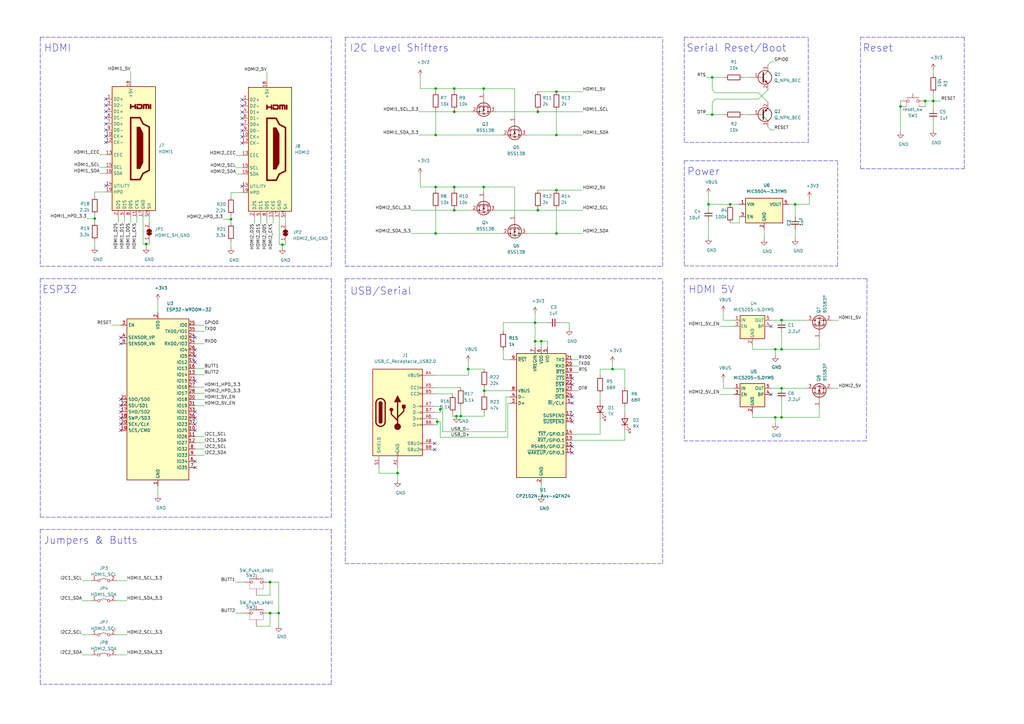
<source format=kicad_sch>
(kicad_sch (version 20210126) (generator eeschema)
  (paper "A3")
  (title_block (title "PRJ6 HDMI2C Monitor Controller") (date "2021-01-29") (rev "1.0") (company "wlcx industries"))
  (junction (at 38.862 89.662) (diameter 0.9144))
  (junction (at 59.944 100.076) (diameter 0.9144))
  (junction (at 94.742 89.916) (diameter 0.9144))
  (junction (at 110.744 238.76) (diameter 0.9144))
  (junction (at 110.744 251.46) (diameter 0.9144))
  (junction (at 114.3 251.46) (diameter 0.9144))
  (junction (at 115.824 100.33) (diameter 0.9144))
  (junction (at 163.068 194.056) (diameter 0.9144))
  (junction (at 178.689 36.322) (diameter 0.9144))
  (junction (at 178.689 55.372) (diameter 0.9144))
  (junction (at 178.689 76.708) (diameter 0.9144))
  (junction (at 178.689 95.758) (diameter 0.9144))
  (junction (at 179.324 172.974) (diameter 0.9144))
  (junction (at 180.594 167.894) (diameter 0.9144))
  (junction (at 186.309 36.322) (diameter 0.9144))
  (junction (at 186.309 45.847) (diameter 0.9144))
  (junction (at 186.309 76.708) (diameter 0.9144))
  (junction (at 186.309 86.233) (diameter 0.9144))
  (junction (at 187.198 170.688) (diameter 0.9144))
  (junction (at 188.976 170.688) (diameter 0.9144))
  (junction (at 192.024 151.384) (diameter 0.9144))
  (junction (at 198.374 36.322) (diameter 0.9144))
  (junction (at 198.374 76.708) (diameter 0.9144))
  (junction (at 198.628 160.274) (diameter 0.9144))
  (junction (at 219.456 132.334) (diameter 0.9144))
  (junction (at 219.456 139.954) (diameter 0.9144))
  (junction (at 220.599 45.847) (diameter 0.9144))
  (junction (at 220.599 86.233) (diameter 0.9144))
  (junction (at 221.996 139.954) (diameter 0.9144))
  (junction (at 228.219 37.592) (diameter 0.9144))
  (junction (at 228.219 55.372) (diameter 0.9144))
  (junction (at 228.219 77.978) (diameter 0.9144))
  (junction (at 228.219 95.758) (diameter 0.9144))
  (junction (at 251.206 151.384) (diameter 0.9144))
  (junction (at 290.576 83.82) (diameter 0.9144))
  (junction (at 292.1 31.75) (diameter 0.9144))
  (junction (at 292.1 46.99) (diameter 0.9144))
  (junction (at 299.466 83.82) (diameter 0.9144))
  (junction (at 318.008 143.256) (diameter 0.9144))
  (junction (at 318.008 171.196) (diameter 0.9144))
  (junction (at 320.548 131.318) (diameter 0.9144))
  (junction (at 320.548 143.256) (diameter 0.9144))
  (junction (at 320.548 159.258) (diameter 0.9144))
  (junction (at 320.548 171.196) (diameter 0.9144))
  (junction (at 326.136 83.82) (diameter 0.9144))
  (junction (at 369.316 43.688) (diameter 0.9144))
  (junction (at 379.476 41.402) (diameter 0.9144))
  (junction (at 382.778 41.402) (diameter 0.9144))
  (no_connect (at 43.434 40.64))
  (no_connect (at 43.434 43.18))
  (no_connect (at 43.434 45.72))
  (no_connect (at 43.434 48.26))
  (no_connect (at 43.434 50.8))
  (no_connect (at 43.434 53.34))
  (no_connect (at 43.434 55.88))
  (no_connect (at 43.434 58.42))
  (no_connect (at 43.434 76.2))
  (no_connect (at 49.53 138.43))
  (no_connect (at 49.53 140.97))
  (no_connect (at 49.53 163.83))
  (no_connect (at 49.53 166.37))
  (no_connect (at 49.53 168.91))
  (no_connect (at 49.53 171.45))
  (no_connect (at 49.53 173.99))
  (no_connect (at 49.53 176.53))
  (no_connect (at 80.01 138.43))
  (no_connect (at 80.01 143.51))
  (no_connect (at 80.01 146.05))
  (no_connect (at 80.01 148.59))
  (no_connect (at 80.01 156.21))
  (no_connect (at 80.01 168.91))
  (no_connect (at 80.01 171.45))
  (no_connect (at 80.01 173.99))
  (no_connect (at 80.01 176.53))
  (no_connect (at 80.01 189.23))
  (no_connect (at 80.01 191.77))
  (no_connect (at 99.314 40.894))
  (no_connect (at 99.314 43.434))
  (no_connect (at 99.314 45.974))
  (no_connect (at 99.314 48.514))
  (no_connect (at 99.314 51.054))
  (no_connect (at 99.314 53.594))
  (no_connect (at 99.314 56.134))
  (no_connect (at 99.314 58.674))
  (no_connect (at 99.314 76.454))
  (no_connect (at 178.308 181.864))
  (no_connect (at 178.308 184.404))
  (no_connect (at 234.696 155.194))
  (no_connect (at 234.696 157.734))
  (no_connect (at 234.696 162.814))
  (no_connect (at 234.696 165.354))
  (no_connect (at 234.696 170.434))
  (no_connect (at 234.696 172.974))
  (no_connect (at 234.696 183.134))
  (no_connect (at 234.696 185.674))
  (no_connect (at 316.23 133.858))
  (no_connect (at 316.23 161.798))
  (wire (pts (xy 33.655 238.125) (xy 37.465 238.125)))
  (wire (pts (xy 33.655 246.38) (xy 37.465 246.38)))
  (wire (pts (xy 33.655 260.35) (xy 37.465 260.35)))
  (wire (pts (xy 33.655 268.605) (xy 37.465 268.605)))
  (wire (pts (xy 35.56 89.662) (xy 38.862 89.662)))
  (wire (pts (xy 38.862 78.74) (xy 38.862 80.518)))
  (wire (pts (xy 38.862 89.662) (xy 38.862 88.138)))
  (wire (pts (xy 38.862 89.662) (xy 38.862 91.186)))
  (wire (pts (xy 38.862 98.806) (xy 38.862 101.346)))
  (wire (pts (xy 40.894 63.5) (xy 43.434 63.5)))
  (wire (pts (xy 40.894 68.58) (xy 43.434 68.58)))
  (wire (pts (xy 40.894 71.12) (xy 43.434 71.12)))
  (wire (pts (xy 43.434 78.74) (xy 38.862 78.74)))
  (wire (pts (xy 45.72 133.35) (xy 49.53 133.35)))
  (wire (pts (xy 47.625 238.125) (xy 52.07 238.125)))
  (wire (pts (xy 47.625 246.38) (xy 52.07 246.38)))
  (wire (pts (xy 47.625 260.35) (xy 52.07 260.35)))
  (wire (pts (xy 47.625 268.605) (xy 52.07 268.605)))
  (wire (pts (xy 48.514 88.9) (xy 48.514 91.44)))
  (wire (pts (xy 51.054 88.9) (xy 51.054 91.44)))
  (wire (pts (xy 53.594 29.21) (xy 53.594 33.02)))
  (wire (pts (xy 53.594 88.9) (xy 53.594 91.44)))
  (wire (pts (xy 56.134 88.9) (xy 56.134 91.44)))
  (wire (pts (xy 58.674 88.9) (xy 58.674 100.076)))
  (wire (pts (xy 58.674 100.076) (xy 59.944 100.076)))
  (wire (pts (xy 59.944 100.076) (xy 59.944 101.346)))
  (wire (pts (xy 59.944 100.076) (xy 61.214 100.076)))
  (wire (pts (xy 61.214 88.9) (xy 61.214 91.44)))
  (wire (pts (xy 61.214 99.06) (xy 61.214 100.076)))
  (wire (pts (xy 64.77 123.19) (xy 64.77 128.27)))
  (wire (pts (xy 64.77 199.39) (xy 64.77 203.2)))
  (wire (pts (xy 80.01 133.35) (xy 83.82 133.35)))
  (wire (pts (xy 80.01 135.89) (xy 83.82 135.89)))
  (wire (pts (xy 80.01 140.97) (xy 83.82 140.97)))
  (wire (pts (xy 80.01 151.13) (xy 83.82 151.13)))
  (wire (pts (xy 80.01 153.67) (xy 83.82 153.67)))
  (wire (pts (xy 80.01 158.75) (xy 83.82 158.75)))
  (wire (pts (xy 80.01 161.29) (xy 83.82 161.29)))
  (wire (pts (xy 80.01 163.83) (xy 83.82 163.83)))
  (wire (pts (xy 80.01 166.37) (xy 83.82 166.37)))
  (wire (pts (xy 80.01 179.07) (xy 83.82 179.07)))
  (wire (pts (xy 80.01 181.61) (xy 83.82 181.61)))
  (wire (pts (xy 80.01 184.15) (xy 83.82 184.15)))
  (wire (pts (xy 80.01 186.69) (xy 83.82 186.69)))
  (wire (pts (xy 91.44 89.916) (xy 94.742 89.916)))
  (wire (pts (xy 94.742 78.994) (xy 94.742 80.772)))
  (wire (pts (xy 94.742 89.916) (xy 94.742 88.392)))
  (wire (pts (xy 94.742 89.916) (xy 94.742 91.44)))
  (wire (pts (xy 94.742 99.06) (xy 94.742 101.6)))
  (wire (pts (xy 96.52 238.76) (xy 100.076 238.76)))
  (wire (pts (xy 96.52 251.46) (xy 100.076 251.46)))
  (wire (pts (xy 96.774 63.754) (xy 99.314 63.754)))
  (wire (pts (xy 96.774 68.834) (xy 99.314 68.834)))
  (wire (pts (xy 96.774 71.374) (xy 99.314 71.374)))
  (wire (pts (xy 99.314 78.994) (xy 94.742 78.994)))
  (wire (pts (xy 104.394 89.154) (xy 104.394 91.694)))
  (wire (pts (xy 105.156 244.094) (xy 110.744 244.094)))
  (wire (pts (xy 105.156 256.794) (xy 110.744 256.794)))
  (wire (pts (xy 106.934 89.154) (xy 106.934 91.694)))
  (wire (pts (xy 109.474 29.464) (xy 109.474 33.274)))
  (wire (pts (xy 109.474 89.154) (xy 109.474 91.694)))
  (wire (pts (xy 110.744 238.76) (xy 110.236 238.76)))
  (wire (pts (xy 110.744 244.094) (xy 110.744 238.76)))
  (wire (pts (xy 110.744 251.46) (xy 110.236 251.46)))
  (wire (pts (xy 110.744 256.794) (xy 110.744 251.46)))
  (wire (pts (xy 112.014 89.154) (xy 112.014 91.694)))
  (wire (pts (xy 114.3 238.76) (xy 110.744 238.76)))
  (wire (pts (xy 114.3 238.76) (xy 114.3 251.46)))
  (wire (pts (xy 114.3 251.46) (xy 110.744 251.46)))
  (wire (pts (xy 114.3 256.54) (xy 114.3 251.46)))
  (wire (pts (xy 114.554 89.154) (xy 114.554 100.33)))
  (wire (pts (xy 114.554 100.33) (xy 115.824 100.33)))
  (wire (pts (xy 115.824 100.33) (xy 115.824 101.6)))
  (wire (pts (xy 115.824 100.33) (xy 117.094 100.33)))
  (wire (pts (xy 117.094 89.154) (xy 117.094 91.694)))
  (wire (pts (xy 117.094 99.314) (xy 117.094 100.33)))
  (wire (pts (xy 155.448 192.024) (xy 155.448 194.056)))
  (wire (pts (xy 155.448 194.056) (xy 163.068 194.056)))
  (wire (pts (xy 163.068 192.024) (xy 163.068 194.056)))
  (wire (pts (xy 163.068 194.056) (xy 163.068 197.104)))
  (wire (pts (xy 168.529 95.758) (xy 178.689 95.758)))
  (wire (pts (xy 171.704 45.847) (xy 186.309 45.847)))
  (wire (pts (xy 172.339 36.322) (xy 172.339 31.242)))
  (wire (pts (xy 172.339 76.708) (xy 172.339 71.628)))
  (wire (pts (xy 178.308 153.924) (xy 192.024 153.924)))
  (wire (pts (xy 178.308 159.004) (xy 188.976 159.004)))
  (wire (pts (xy 178.308 161.544) (xy 185.674 161.544)))
  (wire (pts (xy 178.308 166.624) (xy 180.594 166.624)))
  (wire (pts (xy 178.308 171.704) (xy 179.324 171.704)))
  (wire (pts (xy 178.308 174.244) (xy 179.324 174.244)))
  (wire (pts (xy 178.689 36.322) (xy 172.339 36.322)))
  (wire (pts (xy 178.689 37.592) (xy 178.689 36.322)))
  (wire (pts (xy 178.689 45.212) (xy 178.689 55.372)))
  (wire (pts (xy 178.689 55.372) (xy 171.704 55.372)))
  (wire (pts (xy 178.689 55.372) (xy 205.994 55.372)))
  (wire (pts (xy 178.689 76.708) (xy 172.339 76.708)))
  (wire (pts (xy 178.689 77.978) (xy 178.689 76.708)))
  (wire (pts (xy 178.689 85.598) (xy 178.689 95.758)))
  (wire (pts (xy 178.689 95.758) (xy 205.994 95.758)))
  (wire (pts (xy 179.324 171.704) (xy 179.324 172.974)))
  (wire (pts (xy 179.324 172.974) (xy 179.324 174.244)))
  (wire (pts (xy 179.324 172.974) (xy 180.594 172.974)))
  (wire (pts (xy 180.594 166.624) (xy 180.594 167.894)))
  (wire (pts (xy 180.594 167.894) (xy 180.594 169.164)))
  (wire (pts (xy 180.594 167.894) (xy 181.61 167.894)))
  (wire (pts (xy 180.594 169.164) (xy 178.308 169.164)))
  (wire (pts (xy 180.594 172.974) (xy 180.594 179.324)))
  (wire (pts (xy 181.61 167.894) (xy 181.61 177.038)))
  (wire (pts (xy 181.61 177.038) (xy 207.518 177.038)))
  (wire (pts (xy 185.674 161.544) (xy 185.674 161.798)))
  (wire (pts (xy 185.674 169.418) (xy 185.674 170.688)))
  (wire (pts (xy 185.674 170.688) (xy 187.198 170.688)))
  (wire (pts (xy 186.309 36.322) (xy 178.689 36.322)))
  (wire (pts (xy 186.309 37.592) (xy 186.309 36.322)))
  (wire (pts (xy 186.309 45.212) (xy 186.309 45.847)))
  (wire (pts (xy 186.309 45.847) (xy 193.294 45.847)))
  (wire (pts (xy 186.309 76.708) (xy 178.689 76.708)))
  (wire (pts (xy 186.309 77.978) (xy 186.309 76.708)))
  (wire (pts (xy 186.309 85.598) (xy 186.309 86.233)))
  (wire (pts (xy 186.309 86.233) (xy 168.529 86.233)))
  (wire (pts (xy 186.309 86.233) (xy 193.294 86.233)))
  (wire (pts (xy 187.198 170.688) (xy 188.976 170.688)))
  (wire (pts (xy 188.976 166.624) (xy 188.976 170.688)))
  (wire (pts (xy 192.024 148.336) (xy 192.024 151.384)))
  (wire (pts (xy 192.024 151.384) (xy 198.628 151.384)))
  (wire (pts (xy 192.024 153.924) (xy 192.024 151.384)))
  (wire (pts (xy 198.374 36.322) (xy 186.309 36.322)))
  (wire (pts (xy 198.374 36.322) (xy 198.374 38.227)))
  (wire (pts (xy 198.374 36.322) (xy 211.074 36.322)))
  (wire (pts (xy 198.374 76.708) (xy 186.309 76.708)))
  (wire (pts (xy 198.374 76.708) (xy 198.374 78.613)))
  (wire (pts (xy 198.374 76.708) (xy 211.074 76.708)))
  (wire (pts (xy 198.628 159.004) (xy 198.628 160.274)))
  (wire (pts (xy 198.628 160.274) (xy 198.628 161.544)))
  (wire (pts (xy 198.628 169.164) (xy 198.628 170.688)))
  (wire (pts (xy 198.628 170.688) (xy 188.976 170.688)))
  (wire (pts (xy 203.454 45.847) (xy 220.599 45.847)))
  (wire (pts (xy 203.454 86.233) (xy 220.599 86.233)))
  (wire (pts (xy 206.375 132.334) (xy 219.456 132.334)))
  (wire (pts (xy 206.375 135.89) (xy 206.375 132.334)))
  (wire (pts (xy 206.375 143.51) (xy 206.375 147.574)))
  (wire (pts (xy 206.375 147.574) (xy 209.296 147.574)))
  (wire (pts (xy 207.518 162.814) (xy 209.296 162.814)))
  (wire (pts (xy 207.518 177.038) (xy 207.518 162.814)))
  (wire (pts (xy 208.28 165.354) (xy 208.28 179.324)))
  (wire (pts (xy 208.28 179.324) (xy 180.594 179.324)))
  (wire (pts (xy 209.296 160.274) (xy 198.628 160.274)))
  (wire (pts (xy 209.296 165.354) (xy 208.28 165.354)))
  (wire (pts (xy 211.074 36.322) (xy 211.074 47.752)))
  (wire (pts (xy 211.074 76.708) (xy 211.074 88.138)))
  (wire (pts (xy 219.456 128.524) (xy 219.456 132.334)))
  (wire (pts (xy 219.456 132.334) (xy 219.456 139.954)))
  (wire (pts (xy 219.456 132.334) (xy 224.536 132.334)))
  (wire (pts (xy 219.456 139.954) (xy 219.456 142.494)))
  (wire (pts (xy 220.599 45.847) (xy 220.599 45.212)))
  (wire (pts (xy 220.599 45.847) (xy 239.014 45.847)))
  (wire (pts (xy 220.599 77.978) (xy 228.219 77.978)))
  (wire (pts (xy 220.599 86.233) (xy 220.599 85.598)))
  (wire (pts (xy 220.599 86.233) (xy 239.014 86.233)))
  (wire (pts (xy 221.996 139.954) (xy 219.456 139.954)))
  (wire (pts (xy 221.996 139.954) (xy 224.536 139.954)))
  (wire (pts (xy 221.996 142.494) (xy 221.996 139.954)))
  (wire (pts (xy 221.996 198.374) (xy 221.996 203.454)))
  (wire (pts (xy 224.536 139.954) (xy 224.536 142.494)))
  (wire (pts (xy 228.219 37.592) (xy 220.599 37.592)))
  (wire (pts (xy 228.219 37.592) (xy 239.014 37.592)))
  (wire (pts (xy 228.219 45.212) (xy 228.219 55.372)))
  (wire (pts (xy 228.219 55.372) (xy 216.154 55.372)))
  (wire (pts (xy 228.219 55.372) (xy 239.014 55.372)))
  (wire (pts (xy 228.219 77.978) (xy 239.014 77.978)))
  (wire (pts (xy 228.219 85.598) (xy 228.219 95.758)))
  (wire (pts (xy 228.219 95.758) (xy 216.154 95.758)))
  (wire (pts (xy 228.219 95.758) (xy 239.014 95.758)))
  (wire (pts (xy 229.616 132.334) (xy 233.426 132.334)))
  (wire (pts (xy 233.426 132.334) (xy 233.426 134.874)))
  (wire (pts (xy 234.696 147.574) (xy 237.236 147.574)))
  (wire (pts (xy 234.696 150.114) (xy 237.236 150.114)))
  (wire (pts (xy 234.696 152.654) (xy 237.236 152.654)))
  (wire (pts (xy 234.696 160.274) (xy 237.236 160.274)))
  (wire (pts (xy 246.126 151.384) (xy 246.126 153.924)))
  (wire (pts (xy 246.126 161.544) (xy 246.126 164.084)))
  (wire (pts (xy 246.126 171.704) (xy 246.126 178.054)))
  (wire (pts (xy 246.126 178.054) (xy 234.696 178.054)))
  (wire (pts (xy 251.206 148.844) (xy 251.206 151.384)))
  (wire (pts (xy 251.206 151.384) (xy 246.126 151.384)))
  (wire (pts (xy 251.206 151.384) (xy 256.286 151.384)))
  (wire (pts (xy 256.286 151.384) (xy 256.286 159.004)))
  (wire (pts (xy 256.286 166.624) (xy 256.286 169.164)))
  (wire (pts (xy 256.286 176.784) (xy 256.286 180.594)))
  (wire (pts (xy 256.286 180.594) (xy 234.696 180.594)))
  (wire (pts (xy 289.56 31.75) (xy 292.1 31.75)))
  (wire (pts (xy 289.56 46.99) (xy 292.1 46.99)))
  (wire (pts (xy 290.576 79.756) (xy 290.576 83.82)))
  (wire (pts (xy 290.576 83.82) (xy 290.576 85.471)))
  (wire (pts (xy 290.576 83.82) (xy 299.466 83.82)))
  (wire (pts (xy 290.576 90.551) (xy 290.576 97.536)))
  (wire (pts (xy 292.1 31.75) (xy 292.1 36.83)))
  (wire (pts (xy 292.1 31.75) (xy 297.18 31.75)))
  (wire (pts (xy 292.1 36.83) (xy 293.37 38.1)))
  (wire (pts (xy 292.1 41.91) (xy 293.37 40.64)))
  (wire (pts (xy 292.1 46.99) (xy 292.1 41.91)))
  (wire (pts (xy 293.37 38.1) (xy 311.15 38.1)))
  (wire (pts (xy 293.37 40.64) (xy 311.15 40.64)))
  (wire (pts (xy 295.148 133.858) (xy 300.99 133.858)))
  (wire (pts (xy 295.148 161.798) (xy 300.99 161.798)))
  (wire (pts (xy 296.672 128.016) (xy 296.672 131.318)))
  (wire (pts (xy 296.672 131.318) (xy 300.99 131.318)))
  (wire (pts (xy 296.672 155.956) (xy 296.672 159.258)))
  (wire (pts (xy 296.672 159.258) (xy 300.99 159.258)))
  (wire (pts (xy 297.18 46.99) (xy 292.1 46.99)))
  (wire (pts (xy 299.466 83.82) (xy 303.276 83.82)))
  (wire (pts (xy 303.276 88.9) (xy 303.276 91.44)))
  (wire (pts (xy 303.276 91.44) (xy 299.466 91.44)))
  (wire (pts (xy 304.8 31.75) (xy 307.34 31.75)))
  (wire (pts (xy 304.8 46.99) (xy 307.34 46.99)))
  (wire (pts (xy 308.61 141.478) (xy 308.61 143.256)))
  (wire (pts (xy 308.61 143.256) (xy 318.008 143.256)))
  (wire (pts (xy 308.61 169.418) (xy 308.61 171.196)))
  (wire (pts (xy 308.61 171.196) (xy 318.008 171.196)))
  (wire (pts (xy 311.15 38.1) (xy 314.96 41.91)))
  (wire (pts (xy 313.436 93.98) (xy 313.436 98.044)))
  (wire (pts (xy 314.96 26.67) (xy 316.23 25.4)))
  (wire (pts (xy 314.96 36.83) (xy 311.15 40.64)))
  (wire (pts (xy 314.96 52.07) (xy 316.23 53.34)))
  (wire (pts (xy 316.23 25.4) (xy 317.5 25.4)))
  (wire (pts (xy 316.23 53.34) (xy 317.5 53.34)))
  (wire (pts (xy 316.23 131.318) (xy 320.548 131.318)))
  (wire (pts (xy 316.23 159.258) (xy 320.548 159.258)))
  (wire (pts (xy 318.008 143.256) (xy 318.008 145.796)))
  (wire (pts (xy 318.008 143.256) (xy 320.548 143.256)))
  (wire (pts (xy 318.008 171.196) (xy 318.008 173.736)))
  (wire (pts (xy 318.008 171.196) (xy 320.548 171.196)))
  (wire (pts (xy 320.548 131.318) (xy 330.962 131.318)))
  (wire (pts (xy 320.548 136.398) (xy 320.548 143.256)))
  (wire (pts (xy 320.548 159.258) (xy 330.962 159.258)))
  (wire (pts (xy 320.548 164.338) (xy 320.548 171.196)))
  (wire (pts (xy 323.596 83.82) (xy 326.136 83.82)))
  (wire (pts (xy 326.136 83.82) (xy 331.978 83.82)))
  (wire (pts (xy 326.136 88.9) (xy 326.136 83.82)))
  (wire (pts (xy 326.136 93.98) (xy 326.136 97.79)))
  (wire (pts (xy 331.978 83.82) (xy 331.978 81.28)))
  (wire (pts (xy 336.042 138.938) (xy 336.042 143.256)))
  (wire (pts (xy 336.042 143.256) (xy 320.548 143.256)))
  (wire (pts (xy 336.042 166.878) (xy 336.042 171.196)))
  (wire (pts (xy 336.042 171.196) (xy 320.548 171.196)))
  (wire (pts (xy 341.122 131.318) (xy 343.916 131.318)))
  (wire (pts (xy 341.122 159.258) (xy 343.916 159.258)))
  (wire (pts (xy 369.316 41.402) (xy 369.316 43.688)))
  (wire (pts (xy 369.316 43.688) (xy 369.316 54.102)))
  (wire (pts (xy 379.476 41.402) (xy 379.476 43.688)))
  (wire (pts (xy 379.476 41.402) (xy 382.778 41.402)))
  (wire (pts (xy 382.778 28.702) (xy 382.778 30.607)))
  (wire (pts (xy 382.778 38.227) (xy 382.778 41.402)))
  (wire (pts (xy 382.778 41.402) (xy 382.778 44.577)))
  (wire (pts (xy 382.778 49.657) (xy 382.778 53.467)))
  (wire (pts (xy 385.953 41.402) (xy 382.778 41.402)))
  (polyline (pts (xy 16.51 15.24) (xy 16.51 109.22)) (stroke (width 0) (type dash)))
  (polyline (pts (xy 16.51 15.24) (xy 135.89 15.24)) (stroke (width 0) (type dash)))
  (polyline (pts (xy 16.51 109.22) (xy 135.89 109.22)) (stroke (width 0) (type dash)))
  (polyline (pts (xy 16.51 114.3) (xy 16.51 212.09)) (stroke (width 0) (type dash)))
  (polyline (pts (xy 16.51 114.3) (xy 135.89 114.3)) (stroke (width 0) (type dash)))
  (polyline (pts (xy 16.51 212.09) (xy 135.89 212.09)) (stroke (width 0) (type dash)))
  (polyline (pts (xy 16.51 217.17) (xy 16.51 280.67)) (stroke (width 0) (type dash)))
  (polyline (pts (xy 16.51 217.17) (xy 135.89 217.17)) (stroke (width 0) (type dash)))
  (polyline (pts (xy 135.89 109.22) (xy 135.89 15.24)) (stroke (width 0) (type dash)))
  (polyline (pts (xy 135.89 212.09) (xy 135.89 114.3)) (stroke (width 0) (type dash)))
  (polyline (pts (xy 135.89 217.17) (xy 135.89 280.67)) (stroke (width 0) (type dash)))
  (polyline (pts (xy 135.89 280.67) (xy 16.51 280.67)) (stroke (width 0) (type dash)))
  (polyline (pts (xy 141.605 15.24) (xy 141.605 109.22)) (stroke (width 0) (type dash)))
  (polyline (pts (xy 141.605 15.24) (xy 271.78 15.24)) (stroke (width 0) (type dash)))
  (polyline (pts (xy 141.605 109.22) (xy 271.78 109.22)) (stroke (width 0) (type dash)))
  (polyline (pts (xy 141.605 114.3) (xy 141.605 231.14)) (stroke (width 0) (type dash)))
  (polyline (pts (xy 141.605 114.3) (xy 271.78 114.3)) (stroke (width 0) (type dash)))
  (polyline (pts (xy 141.605 231.14) (xy 271.78 231.14)) (stroke (width 0) (type dash)))
  (polyline (pts (xy 271.78 109.22) (xy 271.78 15.24)) (stroke (width 0) (type dash)))
  (polyline (pts (xy 271.78 231.14) (xy 271.78 114.3)) (stroke (width 0) (type dash)))
  (polyline (pts (xy 280.67 15.24) (xy 280.67 58.42)) (stroke (width 0) (type dash)))
  (polyline (pts (xy 280.67 15.24) (xy 331.47 15.24)) (stroke (width 0) (type dash)))
  (polyline (pts (xy 280.67 58.42) (xy 331.47 58.42)) (stroke (width 0) (type dash)))
  (polyline (pts (xy 280.67 65.913) (xy 280.67 109.093)) (stroke (width 0) (type dash)))
  (polyline (pts (xy 280.67 65.913) (xy 343.535 65.913)) (stroke (width 0) (type dash)))
  (polyline (pts (xy 280.67 109.093) (xy 343.535 109.093)) (stroke (width 0) (type dash)))
  (polyline (pts (xy 280.67 114.3) (xy 280.67 180.848)) (stroke (width 0) (type dash)))
  (polyline (pts (xy 280.67 114.3) (xy 355.6 114.3)) (stroke (width 0) (type dash)))
  (polyline (pts (xy 331.47 58.42) (xy 331.47 15.24)) (stroke (width 0) (type dash)))
  (polyline (pts (xy 343.535 109.093) (xy 343.535 65.913)) (stroke (width 0) (type dash)))
  (polyline (pts (xy 352.933 15.24) (xy 395.478 15.24)) (stroke (width 0) (type dash)))
  (polyline (pts (xy 352.933 69.215) (xy 352.933 15.24)) (stroke (width 0) (type dash)))
  (polyline (pts (xy 352.933 69.215) (xy 395.478 69.215)) (stroke (width 0) (type dash)))
  (polyline (pts (xy 355.346 180.848) (xy 280.67 180.848)) (stroke (width 0) (type dash)))
  (polyline (pts (xy 355.6 114.3) (xy 355.346 180.848)) (stroke (width 0) (type dash)))
  (polyline (pts (xy 395.478 15.24) (xy 395.478 69.215)) (stroke (width 0) (type dash)))
  (text "HDMI" (at 29.21 21.59 180) (effects (font (size 3 3)) (justify right bottom)))
  (text "ESP32" (at 31.75 120.65 180) (effects (font (size 3 3)) (justify right bottom)))
  (text "Jumpers & Butts" (at 56.515 223.52 180) (effects (font (size 3 3)) (justify right bottom)))
  (text "USB/Serial" (at 168.91 121.285 180) (effects (font (size 3 3)) (justify right bottom)))
  (text "I2C Level Shifters" (at 184.15 21.59 180) (effects (font (size 3 3)) (justify right bottom)))
  (text "Power" (at 295.275 72.263 180) (effects (font (size 3 3)) (justify right bottom)))
  (text "HDMI 5V" (at 301.244 120.65 180) (effects (font (size 3 3)) (justify right bottom)))
  (text "Serial Reset/Boot\n" (at 322.58 21.59 180) (effects (font (size 3 3)) (justify right bottom)))
  (text "Reset" (at 366.268 21.59 180) (effects (font (size 3 3)) (justify right bottom)))
  (label "I2C1_SCL" (at 33.655 238.125 180))
  (label "I2C1_SDA" (at 33.655 246.38 180))
  (label "I2C2_SCL" (at 33.655 260.35 180))
  (label "I2C2_SDA" (at 33.655 268.605 180))
  (label "HDMI1_HPD_3.3" (at 35.56 89.662 180))
  (label "HDMI1_CEC" (at 40.894 63.5 180))
  (label "HDMI1_SCL" (at 40.894 68.58 180))
  (label "HDMI1_SDA" (at 40.894 71.12 180))
  (label "RESET" (at 45.72 133.35 180))
  (label "HDMI1_D2S" (at 48.514 91.44 270))
  (label "HDMI1_D1S" (at 51.054 91.44 270))
  (label "HDMI1_SCL_3.3" (at 52.07 238.125 0))
  (label "HDMI1_SDA_3.3" (at 52.07 246.38 0))
  (label "HDMI2_SCL_3.3" (at 52.07 260.35 0))
  (label "HDMI2_SDA_3.3" (at 52.07 268.605 0))
  (label "HDMI1_5V" (at 53.594 29.21 180))
  (label "HDMI1_D0S" (at 53.594 91.44 270))
  (label "HDMI1_CKS" (at 56.134 91.44 270))
  (label "GPIO0" (at 83.82 133.35 0))
  (label "TXD0" (at 83.82 135.89 0))
  (label "RXD0" (at 83.82 140.97 0))
  (label "BUTT1" (at 83.82 151.13 0))
  (label "BUTT2" (at 83.82 153.67 0))
  (label "HDMI1_HPD_3.3" (at 83.82 158.75 0))
  (label "HDMI2_HPD_3.3" (at 83.82 161.29 0))
  (label "HDMI1_5V_EN" (at 83.82 163.83 0))
  (label "HDMI2_5V_EN" (at 83.82 166.37 0))
  (label "I2C1_SCL" (at 83.82 179.07 0))
  (label "I2C1_SDA" (at 83.82 181.61 0))
  (label "I2C2_SCL" (at 83.82 184.15 0))
  (label "I2C2_SDA" (at 83.82 186.69 0))
  (label "HDMI2_HPD_3.3" (at 91.44 89.916 180))
  (label "BUTT1" (at 96.52 238.76 180))
  (label "BUTT2" (at 96.52 251.46 180))
  (label "HDMI2_CEC" (at 96.774 63.754 180))
  (label "HDMI2_SCL" (at 96.774 68.834 180))
  (label "HDMI2_SDA" (at 96.774 71.374 180))
  (label "HDMI2_D2S" (at 104.394 91.694 270))
  (label "HDMI2_D1S" (at 106.934 91.694 270))
  (label "HDMI2_5V" (at 109.474 29.464 180))
  (label "HDMI2_D0S" (at 109.474 91.694 270))
  (label "HDMI2_CKS" (at 112.014 91.694 270))
  (label "HDMI2_SCL_3.3" (at 168.529 86.233 180))
  (label "HDMI2_SDA_3.3" (at 168.529 95.758 180))
  (label "HDMI1_SCL_3.3" (at 171.704 45.847 180))
  (label "HDMI1_SDA_3.3" (at 171.704 55.372 180))
  (label "USB_D-" (at 184.912 177.038 0))
  (label "USB_D+" (at 184.912 179.324 0))
  (label "RXD0" (at 237.236 147.574 0))
  (label "TXD0" (at 237.236 150.114 0))
  (label "RTS" (at 237.236 152.654 0))
  (label "DTR" (at 237.236 160.274 0))
  (label "HDMI1_5V" (at 239.014 37.592 0))
  (label "HDMI1_SCL" (at 239.014 45.847 0))
  (label "HDMI1_SDA" (at 239.014 55.372 0))
  (label "HDMI2_5V" (at 239.014 77.978 0))
  (label "HDMI2_SCL" (at 239.014 86.233 0))
  (label "HDMI2_SDA" (at 239.014 95.758 0))
  (label "RTS" (at 289.56 31.75 180))
  (label "DTR" (at 289.56 46.99 180))
  (label "HDMI1_5V_EN" (at 295.148 133.858 180))
  (label "HDMI2_5V_EN" (at 295.148 161.798 180))
  (label "GPIO0" (at 317.5 25.4 0))
  (label "RESET" (at 317.5 53.34 0))
  (label "HDMI1_5V" (at 343.916 131.318 0))
  (label "HDMI2_5V" (at 343.916 159.258 0))
  (label "RESET" (at 385.953 41.402 0))
  (symbol (lib_id "power:+3.3V") (at 64.77 123.19 0) (unit 1)
    (property "Reference" "#PWR0111" (effects hide))
    (property "Value" "+3.3V" (at 66.04 118.11 0))
  )
  (symbol (lib_id "power:+3.3V") (at 172.339 31.242 0) (unit 1)
    (property "Reference" "#PWR0125" (effects hide))
    (property "Value" "+3.3V" (at 173.609 25.527 0))
  )
  (symbol (lib_id "power:+3.3V") (at 172.339 71.628 0) (unit 1)
    (property "Reference" "#PWR0105" (effects hide))
    (property "Value" "+3.3V" (at 173.609 65.913 0))
  )
  (symbol (lib_id "power:VBUS") (at 192.024 148.336 0) (unit 1)
    (property "Reference" "#PWR0116" (effects hide))
    (property "Value" "VBUS" (at 193.294 143.256 0))
  )
  (symbol (lib_id "power:+3.3V") (at 219.456 128.524 0) (unit 1)
    (property "Reference" "#PWR0113" (effects hide))
    (property "Value" "+3.3V" (at 220.726 123.444 0))
  )
  (symbol (lib_id "power:+3.3V") (at 251.206 148.844 0) (unit 1)
    (property "Reference" "#PWR0123" (effects hide))
    (property "Value" "+3.3V" (at 252.476 143.764 0))
  )
  (symbol (lib_id "power:VBUS") (at 290.576 79.756 0) (unit 1)
    (property "Reference" "#PWR0115" (effects hide))
    (property "Value" "VBUS" (at 291.846 74.676 0))
  )
  (symbol (lib_id "power:VBUS") (at 296.672 128.016 0) (unit 1)
    (property "Reference" "#PWR0104" (effects hide))
    (property "Value" "VBUS" (at 297.434 122.936 0))
  )
  (symbol (lib_id "power:VBUS") (at 296.672 155.956 0) (unit 1)
    (property "Reference" "#PWR0127" (effects hide))
    (property "Value" "VBUS" (at 297.434 150.876 0))
  )
  (symbol (lib_id "power:+3.3V") (at 331.978 81.28 0) (unit 1)
    (property "Reference" "#PWR0120" (effects hide))
    (property "Value" "+3.3V" (at 333.248 76.2 0))
  )
  (symbol (lib_id "power:+3.3V") (at 382.778 28.702 0) (unit 1)
    (property "Reference" "#PWR0109" (effects hide))
    (property "Value" "+3.3V" (at 384.048 23.622 0))
  )
  (symbol (lib_id "power:GND") (at 38.862 101.346 0) (unit 1)
    (property "Reference" "#PWR0128" (effects hide))
    (property "Value" "GND" (at 40.132 106.426 0))
  )
  (symbol (lib_id "power:GND") (at 59.944 101.346 0) (unit 1)
    (property "Reference" "#PWR0106" (effects hide))
    (property "Value" "GND" (at 61.214 106.426 0))
  )
  (symbol (lib_id "power:GND") (at 64.77 203.2 0) (unit 1)
    (property "Reference" "#PWR0121" (effects hide))
    (property "Value" "GND" (at 66.04 208.28 0))
  )
  (symbol (lib_id "power:GND") (at 94.742 101.6 0) (unit 1)
    (property "Reference" "#PWR0124" (effects hide))
    (property "Value" "GND" (at 96.012 106.68 0))
  )
  (symbol (lib_id "power:GND") (at 114.3 256.54 0) (unit 1)
    (property "Reference" "#PWR0126" (effects hide))
    (property "Value" "GND" (at 115.57 261.112 0))
  )
  (symbol (lib_id "power:GND") (at 115.824 101.6 0) (unit 1)
    (property "Reference" "#PWR0102" (effects hide))
    (property "Value" "GND" (at 117.094 106.68 0))
  )
  (symbol (lib_id "power:GND") (at 163.068 197.104 0) (unit 1)
    (property "Reference" "#PWR0117" (effects hide))
    (property "Value" "GND" (at 164.338 202.184 0))
  )
  (symbol (lib_id "power:GND") (at 187.198 170.688 0) (unit 1)
    (property "Reference" "#PWR0108" (effects hide))
    (property "Value" "GND" (at 190.246 172.72 0))
  )
  (symbol (lib_id "power:GND") (at 221.996 203.454 0) (unit 1)
    (property "Reference" "#PWR0122" (effects hide))
    (property "Value" "GND" (at 223.266 208.534 0))
  )
  (symbol (lib_id "power:GND") (at 233.426 134.874 0) (unit 1)
    (property "Reference" "#PWR0112" (effects hide))
    (property "Value" "GND" (at 234.696 139.954 0))
  )
  (symbol (lib_id "power:GND") (at 290.576 97.536 0) (unit 1)
    (property "Reference" "#PWR0101" (effects hide))
    (property "Value" "GND" (at 291.846 102.616 0))
  )
  (symbol (lib_id "power:GND") (at 313.436 98.044 0) (unit 1)
    (property "Reference" "#PWR0114" (effects hide))
    (property "Value" "GND" (at 314.706 103.124 0))
  )
  (symbol (lib_id "power:GND") (at 318.008 145.796 0) (unit 1)
    (property "Reference" "#PWR0107" (effects hide))
    (property "Value" "GND" (at 318.516 150.622 0))
  )
  (symbol (lib_id "power:GND") (at 318.008 173.736 0) (unit 1)
    (property "Reference" "#PWR0118" (effects hide))
    (property "Value" "GND" (at 318.516 178.562 0))
  )
  (symbol (lib_id "power:GND") (at 326.136 97.79 0) (unit 1)
    (property "Reference" "#PWR0119" (effects hide))
    (property "Value" "GND" (at 327.406 102.87 0))
  )
  (symbol (lib_id "power:GND") (at 369.316 54.102 0) (unit 1)
    (property "Reference" "#PWR0103" (effects hide))
    (property "Value" "GND" (at 370.586 59.182 0))
  )
  (symbol (lib_id "power:GND") (at 382.778 53.467 0) (unit 1)
    (property "Reference" "#PWR0110" (effects hide))
    (property "Value" "GND" (at 384.048 58.547 0))
  )
  (symbol (lib_id "Device:R") (at 38.862 84.328 0) (mirror x) (unit 1)
    (property "Reference" "R18" (at 36.83 83.566 0) (effects (justify right)))
    (property "Value" "2.2k" (at 36.83 86.106 0) (effects (justify right)))
    (property "Footprint" "Resistor_SMD:R_0603_1608Metric" (effects hide))
  )
  (symbol (lib_id "Device:R") (at 38.862 94.996 0) (mirror x) (unit 1)
    (property "Reference" "R19" (at 36.83 93.726 0) (effects (justify right)))
    (property "Value" "3.3k" (at 36.83 96.266 0) (effects (justify right)))
    (property "Footprint" "Resistor_SMD:R_0603_1608Metric" (effects hide))
  )
  (symbol (lib_id "Device:R") (at 94.742 84.582 0) (mirror x) (unit 1)
    (property "Reference" "R20" (at 92.71 83.82 0) (effects (justify right)))
    (property "Value" "2.2k" (at 92.71 86.36 0) (effects (justify right)))
    (property "Footprint" "Resistor_SMD:R_0603_1608Metric" (effects hide))
  )
  (symbol (lib_id "Device:R") (at 94.742 95.25 0) (mirror x) (unit 1)
    (property "Reference" "R21" (at 92.71 93.98 0) (effects (justify right)))
    (property "Value" "3.3k" (at 92.71 96.52 0) (effects (justify right)))
    (property "Footprint" "Resistor_SMD:R_0603_1608Metric" (effects hide))
  )
  (symbol (lib_id "Device:R") (at 178.689 41.402 0) (unit 1)
    (property "Reference" "R7" (at 180.594 40.132 0) (effects (justify left)))
    (property "Value" "10k" (at 180.594 42.672 0) (effects (justify left)))
    (property "Footprint" "Resistor_SMD:R_0603_1608Metric" (effects hide))
  )
  (symbol (lib_id "Device:R") (at 178.689 81.788 0) (unit 1)
    (property "Reference" "R8" (at 180.594 80.518 0) (effects (justify left)))
    (property "Value" "10k" (at 180.594 83.058 0) (effects (justify left)))
    (property "Footprint" "Resistor_SMD:R_0603_1608Metric" (effects hide))
  )
  (symbol (lib_id "Device:R") (at 185.674 165.608 0) (unit 1)
    (property "Reference" "R16" (at 184.404 164.592 0) (effects (justify right)))
    (property "Value" "5.1k" (at 184.658 166.878 0) (effects (justify right)))
    (property "Footprint" "Resistor_SMD:R_0603_1608Metric" (effects hide))
  )
  (symbol (lib_id "Device:R") (at 186.309 41.402 0) (unit 1)
    (property "Reference" "R9" (at 188.214 40.132 0) (effects (justify left)))
    (property "Value" "10k" (at 188.214 42.672 0) (effects (justify left)))
    (property "Footprint" "Resistor_SMD:R_0603_1608Metric" (effects hide))
  )
  (symbol (lib_id "Device:R") (at 186.309 81.788 0) (unit 1)
    (property "Reference" "R10" (at 188.214 80.518 0) (effects (justify left)))
    (property "Value" "10k" (at 188.214 83.058 0) (effects (justify left)))
    (property "Footprint" "Resistor_SMD:R_0603_1608Metric" (effects hide))
  )
  (symbol (lib_id "Device:R") (at 188.976 162.814 0) (unit 1)
    (property "Reference" "R17" (at 190.246 161.544 0) (effects (justify left)))
    (property "Value" "5.1k" (at 190.246 164.084 0) (effects (justify left)))
    (property "Footprint" "Resistor_SMD:R_0603_1608Metric" (effects hide))
  )
  (symbol (lib_id "Device:R") (at 198.628 155.194 0) (unit 1)
    (property "Reference" "R22" (at 200.914 154.686 0) (effects (justify left)))
    (property "Value" "22k" (at 200.914 157.226 0) (effects (justify left)))
    (property "Footprint" "Resistor_SMD:R_0603_1608Metric" (effects hide))
  )
  (symbol (lib_id "Device:R") (at 198.628 165.354 0) (unit 1)
    (property "Reference" "R23" (at 200.914 164.846 0) (effects (justify left)))
    (property "Value" "47k" (at 200.914 167.386 0) (effects (justify left)))
    (property "Footprint" "Resistor_SMD:R_0603_1608Metric" (effects hide))
  )
  (symbol (lib_id "Device:R") (at 206.375 139.7 0) (unit 1)
    (property "Reference" "R15" (at 208.661 138.684 0) (effects (justify left)))
    (property "Value" "1k" (at 208.661 141.224 0) (effects (justify left)))
    (property "Footprint" "Resistor_SMD:R_0603_1608Metric" (effects hide))
  )
  (symbol (lib_id "Device:R") (at 220.599 41.402 0) (unit 1)
    (property "Reference" "R11" (at 222.504 40.132 0) (effects (justify left)))
    (property "Value" "2k" (at 222.504 42.672 0) (effects (justify left)))
    (property "Footprint" "Resistor_SMD:R_0603_1608Metric" (effects hide))
  )
  (symbol (lib_id "Device:R") (at 220.599 81.788 0) (unit 1)
    (property "Reference" "R12" (at 222.504 80.518 0) (effects (justify left)))
    (property "Value" "2k" (at 222.504 83.058 0) (effects (justify left)))
    (property "Footprint" "Resistor_SMD:R_0603_1608Metric" (effects hide))
  )
  (symbol (lib_id "Device:R") (at 228.219 41.402 0) (unit 1)
    (property "Reference" "R13" (at 230.124 40.132 0) (effects (justify left)))
    (property "Value" "2k" (at 230.124 42.672 0) (effects (justify left)))
    (property "Footprint" "Resistor_SMD:R_0603_1608Metric" (effects hide))
  )
  (symbol (lib_id "Device:R") (at 228.219 81.788 0) (unit 1)
    (property "Reference" "R14" (at 230.124 80.518 0) (effects (justify left)))
    (property "Value" "2k" (at 230.124 83.058 0) (effects (justify left)))
    (property "Footprint" "Resistor_SMD:R_0603_1608Metric" (effects hide))
  )
  (symbol (lib_id "Device:R") (at 246.126 157.734 0) (unit 1)
    (property "Reference" "R5" (at 248.666 156.464 0) (effects (justify left)))
    (property "Value" "68R" (at 248.666 159.004 0) (effects (justify left)))
    (property "Footprint" "Resistor_SMD:R_0603_1608Metric" (effects hide))
  )
  (symbol (lib_id "Device:R") (at 256.286 162.814 0) (unit 1)
    (property "Reference" "R6" (at 258.826 161.544 0) (effects (justify left)))
    (property "Value" "68R" (at 258.826 164.084 0) (effects (justify left)))
    (property "Footprint" "Resistor_SMD:R_0603_1608Metric" (effects hide))
  )
  (symbol (lib_id "Device:R") (at 299.466 87.63 0) (unit 1)
    (property "Reference" "R4" (at 295.656 86.36 0) (effects (justify left)))
    (property "Value" "100k" (at 298.196 88.9 0) (effects (justify right)))
    (property "Footprint" "Resistor_SMD:R_0603_1608Metric" (effects hide))
  )
  (symbol (lib_id "Device:R") (at 300.99 31.75 90) (unit 1)
    (property "Reference" "R1" (at 300.99 25.4 90))
    (property "Value" "10k" (at 300.99 27.94 90))
    (property "Footprint" "Resistor_SMD:R_0603_1608Metric" (effects hide))
  )
  (symbol (lib_id "Device:R") (at 300.99 46.99 90) (unit 1)
    (property "Reference" "R2" (at 300.99 50.8 90))
    (property "Value" "10k" (at 300.99 53.34 90))
    (property "Footprint" "Resistor_SMD:R_0603_1608Metric" (effects hide))
  )
  (symbol (lib_id "Device:R") (at 382.778 34.417 180) (unit 1)
    (property "Reference" "R3" (at 387.858 35.687 90) (effects (justify right)))
    (property "Value" "10k" (at 385.318 35.687 90) (effects (justify right)))
    (property "Footprint" "Resistor_SMD:R_0603_1608Metric" (effects hide))
  )
  (symbol (lib_id "Device:C_Small") (at 227.076 132.334 270) (unit 1)
    (property "Reference" "C3" (at 227.076 125.984 90))
    (property "Value" "1uF" (at 227.076 128.524 90))
    (property "Footprint" "Capacitor_SMD:C_0603_1608Metric" (effects hide))
  )
  (symbol (lib_id "Device:C_Small") (at 290.576 88.011 0) (mirror x) (unit 1)
    (property "Reference" "C4" (at 287.401 86.741 0) (effects (justify right)))
    (property "Value" "10uF" (at 287.401 89.281 0) (effects (justify right)))
    (property "Footprint" "Capacitor_SMD:C_0603_1608Metric" (effects hide))
  )
  (symbol (lib_id "Device:C_Small") (at 320.548 133.858 0) (unit 1)
    (property "Reference" "C1" (at 323.088 133.35 0) (effects (justify left)))
    (property "Value" "2.2uF" (at 323.088 135.89 0) (effects (justify left)))
    (property "Footprint" "Capacitor_SMD:C_0603_1608Metric" (effects hide))
  )
  (symbol (lib_id "Device:C_Small") (at 320.548 161.798 0) (unit 1)
    (property "Reference" "C6" (at 323.088 161.29 0) (effects (justify left)))
    (property "Value" "2.2uF" (at 323.088 163.83 0) (effects (justify left)))
    (property "Footprint" "Capacitor_SMD:C_0603_1608Metric" (effects hide))
  )
  (symbol (lib_id "Device:C_Small") (at 326.136 91.44 0) (unit 1)
    (property "Reference" "C2" (at 323.596 92.71 90) (effects (justify left)))
    (property "Value" "1uF" (at 328.676 92.71 90) (effects (justify left)))
    (property "Footprint" "Capacitor_SMD:C_0603_1608Metric" (effects hide))
  )
  (symbol (lib_id "Device:C_Small") (at 382.778 47.117 0) (unit 1)
    (property "Reference" "C5" (at 385.318 45.847 0) (effects (justify left)))
    (property "Value" "1uF" (at 385.318 48.387 0) (effects (justify left)))
    (property "Footprint" "Capacitor_SMD:C_0603_1608Metric" (effects hide))
  )
  (symbol (lib_id "Jumper:SolderJumper_2_Bridged") (at 61.214 95.25 90) (unit 1)
    (property "Reference" "JP1" (at 63.5 93.98 90) (effects (justify right)))
    (property "Value" "HDMI1_SH_GND" (at 63.5 96.52 90) (effects (justify right)))
    (property "Footprint" "Jumper:SolderJumper-2_P1.3mm_Open_RoundedPad1.0x1.5mm" (effects hide))
  )
  (symbol (lib_id "Jumper:SolderJumper_2_Bridged") (at 117.094 95.504 90) (unit 1)
    (property "Reference" "JP2" (at 120.142 95.25 90) (effects (justify right)))
    (property "Value" "HDMI2_SH_GND" (at 120.142 97.79 90) (effects (justify right)))
    (property "Footprint" "Jumper:SolderJumper-2_P1.3mm_Open_RoundedPad1.0x1.5mm" (effects hide))
  )
  (symbol (lib_id "Jumper:Jumper_2_Bridged") (at 42.545 238.125 0) (unit 1)
    (property "Reference" "JP3" (at 42.545 233.045 0))
    (property "Value" "HDMI1_SCL" (at 42.545 235.585 0))
    (property "Footprint" "Jumper:SolderJumper-2_P1.3mm_Bridged_RoundedPad1.0x1.5mm" (effects hide))
  )
  (symbol (lib_id "Jumper:Jumper_2_Bridged") (at 42.545 246.38 0) (unit 1)
    (property "Reference" "JP4" (at 42.545 241.3 0))
    (property "Value" "HDMI1_SDA" (at 42.545 243.84 0))
    (property "Footprint" "Jumper:SolderJumper-2_P1.3mm_Bridged_RoundedPad1.0x1.5mm" (effects hide))
  )
  (symbol (lib_id "Jumper:Jumper_2_Bridged") (at 42.545 260.35 0) (unit 1)
    (property "Reference" "JP7" (at 42.545 255.27 0))
    (property "Value" "HDMI2_SCL" (at 42.545 257.81 0))
    (property "Footprint" "Jumper:SolderJumper-2_P1.3mm_Bridged_RoundedPad1.0x1.5mm" (effects hide))
  )
  (symbol (lib_id "Jumper:Jumper_2_Bridged") (at 42.545 268.605 0) (unit 1)
    (property "Reference" "JP8" (at 42.545 263.525 0))
    (property "Value" "HDMI2_SDA" (at 42.545 266.065 0))
    (property "Footprint" "Jumper:SolderJumper-2_P1.3mm_Bridged_RoundedPad1.0x1.5mm" (effects hide))
  )
  (symbol (lib_id "Device:LED") (at 246.126 167.894 90) (unit 1)
    (property "Reference" "D1" (at 249.301 167.259 90) (effects (justify right)))
    (property "Value" "TX" (at 249.301 169.799 90) (effects (justify right)))
    (property "Footprint" "LED_SMD:LED_0603_1608Metric" (effects hide))
  )
  (symbol (lib_id "Device:LED") (at 256.286 172.974 90) (unit 1)
    (property "Reference" "D2" (at 259.461 172.339 90) (effects (justify right)))
    (property "Value" "RX" (at 259.461 174.879 90) (effects (justify right)))
    (property "Footprint" "LED_SMD:LED_0603_1608Metric" (effects hide))
  )
  (symbol (lib_id "hdmi2c:SW_Push_double") (at 374.396 41.402 0) (unit 1)
    (property "Reference" "SW1" (at 376.555 47.371 0) (effects (justify right)))
    (property "Value" "reset_sw" (at 378.46 44.831 0) (effects (justify right)))
    (property "Footprint" "Button_Switch_SMD:SW_SPST_Omron_B3FS-101xP" (effects hide))
  )
  (symbol (lib_id "hdmi2c:SW_Push_shell") (at 105.156 238.76 0) (unit 1)
    (property "Reference" "SW2" (at 102.87 235.966 0))
    (property "Value" "SW_Push_shell" (at 105.156 233.934 0))
    (property "Footprint" "hdmi2c:SW_TH_Tactile_Omron_B3F-312x" (effects hide))
  )
  (symbol (lib_id "hdmi2c:SW_Push_shell") (at 105.156 251.46 0) (unit 1)
    (property "Reference" "SW3" (at 102.87 248.92 0))
    (property "Value" "SW_Push_shell" (at 105.156 247.142 0))
    (property "Footprint" "hdmi2c:SW_TH_Tactile_Omron_B3F-312x" (effects hide))
  )
  (symbol (lib_id "Device:Q_NPN_BEC") (at 312.42 31.75 0) (unit 1)
    (property "Reference" "Q1" (at 317.5 30.48 0) (effects (justify left)))
    (property "Value" "Q_NPN_BEC" (at 317.5 33.02 0) (effects (justify left)))
    (property "Footprint" "Package_TO_SOT_SMD:SOT-23" (effects hide))
  )
  (symbol (lib_id "Device:Q_NPN_BEC") (at 312.42 46.99 0) (mirror x) (unit 1)
    (property "Reference" "Q2" (at 317.5 45.72 0) (effects (justify left)))
    (property "Value" "Q_NPN_BEC" (at 317.5 48.26 0) (effects (justify left)))
    (property "Footprint" "Package_TO_SOT_SMD:SOT-23" (effects hide))
  )
  (symbol (lib_id "Transistor_FET:BSS138") (at 198.374 43.307 270) (unit 1)
    (property "Reference" "Q3" (at 199.009 50.927 90))
    (property "Value" "BSS138" (at 199.009 53.467 90))
    (property "Footprint" "Package_TO_SOT_SMD:SOT-23" (effects hide))
    (property "Datasheet" "https://www.onsemi.com/pub/Collateral/BSS138-D.PDF" (effects hide))
  )
  (symbol (lib_id "Transistor_FET:BSS138") (at 198.374 83.693 270) (unit 1)
    (property "Reference" "Q4" (at 199.009 91.313 90))
    (property "Value" "BSS138" (at 199.009 93.853 90))
    (property "Footprint" "Package_TO_SOT_SMD:SOT-23" (effects hide))
    (property "Datasheet" "https://www.onsemi.com/pub/Collateral/BSS138-D.PDF" (effects hide))
  )
  (symbol (lib_id "Transistor_FET:BSS138") (at 211.074 52.832 270) (unit 1)
    (property "Reference" "Q5" (at 211.709 60.452 90))
    (property "Value" "BSS138" (at 211.709 62.992 90))
    (property "Footprint" "Package_TO_SOT_SMD:SOT-23" (effects hide))
    (property "Datasheet" "https://www.onsemi.com/pub/Collateral/BSS138-D.PDF" (effects hide))
  )
  (symbol (lib_id "Transistor_FET:BSS138") (at 211.074 93.218 270) (unit 1)
    (property "Reference" "Q6" (at 211.709 100.838 90))
    (property "Value" "BSS138" (at 211.709 103.378 90))
    (property "Footprint" "Package_TO_SOT_SMD:SOT-23" (effects hide))
    (property "Datasheet" "https://www.onsemi.com/pub/Collateral/BSS138-D.PDF" (effects hide))
  )
  (symbol (lib_id "Transistor_FET:BSS83P") (at 336.042 133.858 90) (unit 1)
    (property "Reference" "Q7" (at 335.788 128.524 0) (effects (justify left)))
    (property "Value" "BSS83P" (at 338.328 128.524 0) (effects (justify left)))
    (property "Footprint" "Package_TO_SOT_SMD:SOT-23" (effects hide))
    (property "Datasheet" "http://www.farnell.com/datasheets/1835997.pdf" (effects hide))
  )
  (symbol (lib_id "Transistor_FET:BSS83P") (at 336.042 161.798 90) (unit 1)
    (property "Reference" "Q8" (at 335.788 156.464 0) (effects (justify left)))
    (property "Value" "BSS83P" (at 338.328 156.464 0) (effects (justify left)))
    (property "Footprint" "Package_TO_SOT_SMD:SOT-23" (effects hide))
    (property "Datasheet" "http://www.farnell.com/datasheets/1835997.pdf" (effects hide))
  )
  (symbol (lib_id "Regulator_Linear:MIC5205-5.0YM5") (at 308.61 133.858 0) (unit 1)
    (property "Reference" "U4" (at 309.118 124.46 0))
    (property "Value" "MIC5205-5.0YM5" (at 309.118 127 0))
    (property "Footprint" "Package_TO_SOT_SMD:SOT-23-5" (effects hide))
    (property "Datasheet" "http://ww1.microchip.com/downloads/en/DeviceDoc/20005785A.pdf" (effects hide))
  )
  (symbol (lib_id "Regulator_Linear:MIC5205-5.0YM5") (at 308.61 161.798 0) (unit 1)
    (property "Reference" "U5" (at 309.118 152.4 0))
    (property "Value" "MIC5205-5.0YM5" (at 309.118 154.94 0))
    (property "Footprint" "Package_TO_SOT_SMD:SOT-23-5" (effects hide))
    (property "Datasheet" "http://ww1.microchip.com/downloads/en/DeviceDoc/20005785A.pdf" (effects hide))
  )
  (symbol (lib_id "Regulator_Linear:MIC5504-3.3YM5") (at 313.436 86.36 0) (unit 1)
    (property "Reference" "U6" (at 314.452 75.946 0))
    (property "Value" "MIC5504-3.3YM5" (at 314.452 78.486 0))
    (property "Footprint" "Package_TO_SOT_SMD:SOT-23-5" (effects hide))
    (property "Datasheet" "http://ww1.microchip.com/downloads/en/DeviceDoc/MIC550X.pdf" (effects hide))
  )
  (symbol (lib_id "Connector:USB_C_Receptacle_USB2.0") (at 163.068 169.164 0) (unit 1)
    (property "Reference" "J1" (at 166.243 145.669 0))
    (property "Value" "USB_C_Receptacle_USB2.0" (at 166.243 148.209 0))
    (property "Footprint" "Connector_USB:USB_C_Receptacle_GCT_USB4085" (effects hide))
    (property "Datasheet" "https://www.usb.org/sites/default/files/documents/usb_type-c.zip" (effects hide))
  )
  (symbol (lib_id "Connector:HDMI_A") (at 53.594 60.96 0) (unit 1)
    (property "Reference" "J7" (at 65.024 59.69 0) (effects (justify left)))
    (property "Value" "HDMI1" (at 65.024 62.23 0) (effects (justify left)))
    (property "Footprint" "hdmi2c:WURTH_685119134923_HDMI" (effects hide))
    (property "Datasheet" "https://en.wikipedia.org/wiki/HDMI" (effects hide))
  )
  (symbol (lib_name "Connector:HDMI_A_1") (lib_id "Connector:HDMI_A") (at 109.474 61.214 0) (unit 1)
    (property "Reference" "J8" (at 120.904 59.944 0) (effects (justify left)))
    (property "Value" "HDMI2" (at 120.904 62.484 0) (effects (justify left)))
    (property "Footprint" "hdmi2c:WURTH_685119134923_HDMI" (effects hide))
    (property "Datasheet" "https://en.wikipedia.org/wiki/HDMI" (effects hide))
  )
  (symbol (lib_id "Interface_USB:CP2102N-Axx-xQFN24") (at 221.996 170.434 0) (unit 1)
    (property "Reference" "U1" (at 222.758 200.914 0))
    (property "Value" "CP2102N-Axx-xQFN24" (at 222.758 203.454 0))
    (property "Footprint" "Package_DFN_QFN:QFN-24-1EP_4x4mm_P0.5mm_EP2.6x2.6mm" (effects hide))
    (property "Datasheet" "https://www.silabs.com/documents/public/data-sheets/cp2102n-datasheet.pdf" (effects hide))
  )
  (symbol (lib_id "RF_Module:ESP32-WROOM-32") (at 64.77 163.83 0) (unit 1)
    (property "Reference" "U3" (at 69.85 124.46 0))
    (property "Value" "ESP32-WROOM-32" (at 77.47 127 0))
    (property "Footprint" "RF_Module:ESP32-WROOM-32" (effects hide))
    (property "Datasheet" "https://www.espressif.com/sites/default/files/documentation/esp32-wroom-32_datasheet_en.pdf" (effects hide))
  )
)
</source>
